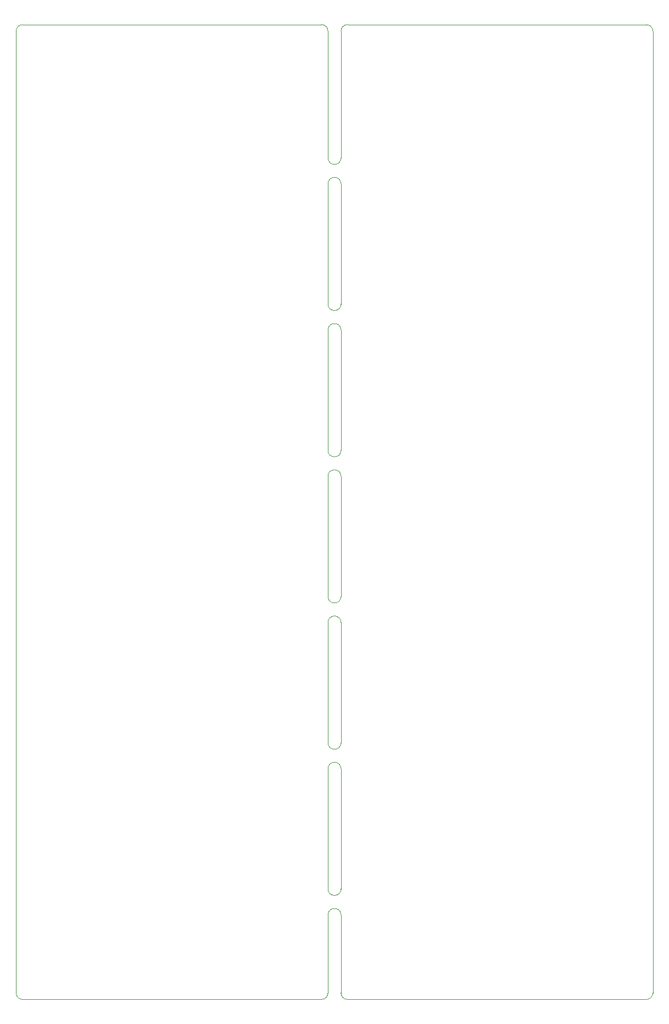
<source format=gm1>
%TF.GenerationSoftware,KiCad,Pcbnew,(6.0.0-0)*%
%TF.CreationDate,2022-06-17T06:04:18+01:00*%
%TF.ProjectId,4u-damped-integrator,34752d64-616d-4706-9564-2d696e746567,r01*%
%TF.SameCoordinates,Original*%
%TF.FileFunction,Profile,NP*%
%FSLAX46Y46*%
G04 Gerber Fmt 4.6, Leading zero omitted, Abs format (unit mm)*
G04 Created by KiCad (PCBNEW (6.0.0-0)) date 2022-06-17 06:04:18*
%MOMM*%
%LPD*%
G01*
G04 APERTURE LIST*
%TA.AperFunction,Profile*%
%ADD10C,0.050000*%
%TD*%
G04 APERTURE END LIST*
D10*
X86000000Y-54500000D02*
G75*
G03*
X84000000Y-54500000I-1000000J0D01*
G01*
X84000000Y-73000000D02*
G75*
G03*
X86000000Y-73000000I1000000J0D01*
G01*
X86000000Y-50500000D02*
X86000000Y-31000000D01*
X84000000Y-118000000D02*
G75*
G03*
X86000000Y-118000000I1000000J0D01*
G01*
X86000000Y-118000000D02*
X86000000Y-99500000D01*
X84000000Y-95500000D02*
G75*
G03*
X86000000Y-95500000I1000000J0D01*
G01*
X86000000Y-179000000D02*
G75*
G03*
X87000000Y-180000000I999999J-1D01*
G01*
X133000000Y-180000000D02*
X87000000Y-180000000D01*
X84000000Y-31000000D02*
X84000000Y-50500000D01*
X84000000Y-31000000D02*
G75*
G03*
X83000000Y-30000000I-999999J1D01*
G01*
X84000000Y-140500000D02*
G75*
G03*
X86000000Y-140500000I1000000J0D01*
G01*
X87000000Y-30000000D02*
G75*
G03*
X86000000Y-31000000I-1J-999999D01*
G01*
X133000000Y-180000000D02*
G75*
G03*
X134000000Y-179000000I1J999999D01*
G01*
X86000000Y-99500000D02*
G75*
G03*
X84000000Y-99500000I-1000000J0D01*
G01*
X83000000Y-180000000D02*
G75*
G03*
X84000000Y-179000000I1J999999D01*
G01*
X86000000Y-167000000D02*
G75*
G03*
X84000000Y-167000000I-1000000J0D01*
G01*
X86000000Y-144500000D02*
G75*
G03*
X84000000Y-144500000I-1000000J0D01*
G01*
X87000000Y-30000000D02*
X133000000Y-30000000D01*
X84000000Y-122000000D02*
X84000000Y-140500000D01*
X37000000Y-30000000D02*
G75*
G03*
X36000000Y-31000000I-1J-999999D01*
G01*
X86000000Y-179000000D02*
X86000000Y-167000000D01*
X134000000Y-31000000D02*
X134000000Y-179000000D01*
X36000000Y-179000000D02*
X36000000Y-31000000D01*
X84000000Y-50500000D02*
G75*
G03*
X86000000Y-50500000I1000000J0D01*
G01*
X84000000Y-163000000D02*
G75*
G03*
X86000000Y-163000000I1000000J0D01*
G01*
X86000000Y-95500000D02*
X86000000Y-77000000D01*
X86000000Y-73000000D02*
X86000000Y-54500000D01*
X84000000Y-99500000D02*
X84000000Y-118000000D01*
X37000000Y-30000000D02*
X83000000Y-30000000D01*
X84000000Y-77000000D02*
X84000000Y-95500000D01*
X86000000Y-122000000D02*
G75*
G03*
X84000000Y-122000000I-1000000J0D01*
G01*
X84000000Y-144500000D02*
X84000000Y-163000000D01*
X86000000Y-77000000D02*
G75*
G03*
X84000000Y-77000000I-1000000J0D01*
G01*
X84000000Y-54500000D02*
X84000000Y-73000000D01*
X84000000Y-167000000D02*
X84000000Y-179000000D01*
X134000000Y-31000000D02*
G75*
G03*
X133000000Y-30000000I-999999J1D01*
G01*
X86000000Y-140500000D02*
X86000000Y-122000000D01*
X86000000Y-163000000D02*
X86000000Y-144500000D01*
X83000000Y-180000000D02*
X37000000Y-180000000D01*
X36000000Y-179000000D02*
G75*
G03*
X37000000Y-180000000I999999J-1D01*
G01*
M02*

</source>
